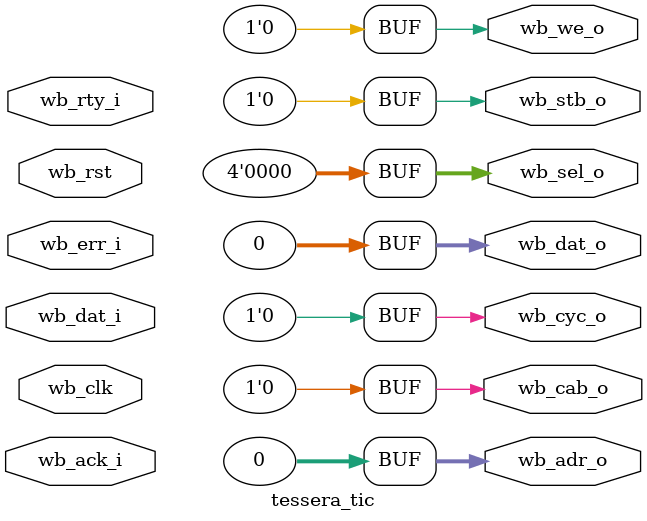
<source format=v>

`timescale 1ps/1ps

module tessera_tic (
	wb_rst,
	wb_clk,
	wb_cyc_o,
	wb_adr_o,
	wb_dat_i,
	wb_dat_o,
	wb_sel_o,
	wb_ack_i,
	wb_err_i,
	wb_rty_i,
	wb_we_o,
	wb_stb_o,
	wb_cab_o
);
	input		wb_rst;
	input		wb_clk;
	output		wb_cyc_o;
	output	[31:0]	wb_adr_o;
	input	[31:0]	wb_dat_i;
	output	[31:0]	wb_dat_o;
	output	[3:0]	wb_sel_o;
	input		wb_ack_i;
	input		wb_err_i;
	input		wb_rty_i;
	output		wb_we_o;
	output		wb_stb_o;
	output		wb_cab_o;
`ifdef SIM
	reg		r_wb_cyc_o;
	reg	[31:0]	r_wb_adr_o;
	reg	[31:0]	r_wb_dat_o;
	reg	[31:0]	r_wb_sel_o;
	reg		r_wb_we_o;
	reg		r_wb_stb_o;
	reg		r_wb_cab_o;
	initial begin
		r_wb_cyc_o = 1'b0;
		r_wb_adr_o = 32'h0000_0000;
		r_wb_dat_o = 32'h0000_0000;
		r_wb_sel_o = 4'b0000;
		r_wb_we_o  = 1'b0;
		r_wb_stb_o = 1'b0;
		r_wb_cab_o = 1'b0;
	end
`define MISC_OFFSET 1
	assign #(`MISC_OFFSET) wb_cyc_o = r_wb_cyc_o;
	assign #(`MISC_OFFSET) wb_adr_o = r_wb_adr_o;
	assign #(`MISC_OFFSET) wb_dat_o = r_wb_dat_o;
	assign #(`MISC_OFFSET) wb_sel_o = r_wb_sel_o;
	assign #(`MISC_OFFSET) wb_we_o  = r_wb_we_o;
	assign #(`MISC_OFFSET) wb_stb_o = r_wb_stb_o;
	assign #(`MISC_OFFSET) wb_cab_o = r_wb_cab_o;
	task task_wr_ext;
		input		cab;
		input	[31:0]	adr;
		input	[3:0]	sel;
		input	[31:0]	data;
	begin
		begin
			r_wb_cyc_o <= 1'b1;
			r_wb_adr_o <= adr;
			r_wb_dat_o <= data;
			r_wb_sel_o <= sel;
			r_wb_we_o  <= 1'b1;
			r_wb_stb_o <= 1'b1;
			r_wb_cab_o <= cab;
		end
		begin : label_detect_wr_ext_ack
			forever @(posedge wb_clk) if (wb_ack_i==1'b1) disable label_detect_wr_ext_ack;
		end
		begin
			r_wb_cyc_o <= 1'b0;
			r_wb_adr_o <= adr;
			r_wb_dat_o <= data;
			r_wb_sel_o <= sel;
			r_wb_we_o  <= 1'b0;
			r_wb_stb_o <= 1'b0;
			r_wb_cab_o <= 1'b0;
		end
		@(posedge wb_clk);
	end
	endtask

	task task_rd_ext;
		input		cab;
		input	[31:0]	adr;
		input	[3:0]	sel;
		input	[31:0]	data;
	begin
		begin
			r_wb_cyc_o <= 1'b1;
			r_wb_adr_o <= adr;
			r_wb_dat_o <= data;
			r_wb_sel_o <= sel;
			r_wb_we_o  <= 1'b0;
			r_wb_stb_o <= 1'b1;
			r_wb_cab_o <= cab;
		end
		begin : label_detect_rd_ext_ack
			forever @(posedge wb_clk) if (wb_ack_i==1'b1) disable label_detect_rd_ext_ack;
		end
		begin
			r_wb_cyc_o <= 1'b0;
			r_wb_adr_o <= adr;
			r_wb_dat_o <= data;
			r_wb_sel_o <= sel;
			r_wb_we_o  <= 1'b0;
			r_wb_stb_o <= 1'b0;
			r_wb_cab_o <= 1'b0;
		end
		@(posedge wb_clk);
	end
	endtask
`else
	assign wb_cyc_o = 1'b0;
	assign wb_adr_o = 32'h0000_0000;
	assign wb_dat_o = 32'h0000_0000;
	assign wb_sel_o = 4'b0000;
	assign wb_we_o  = 1'b0;
	assign wb_stb_o = 1'b0;
	assign wb_cab_o = 1'b0;
`endif

endmodule
		

</source>
